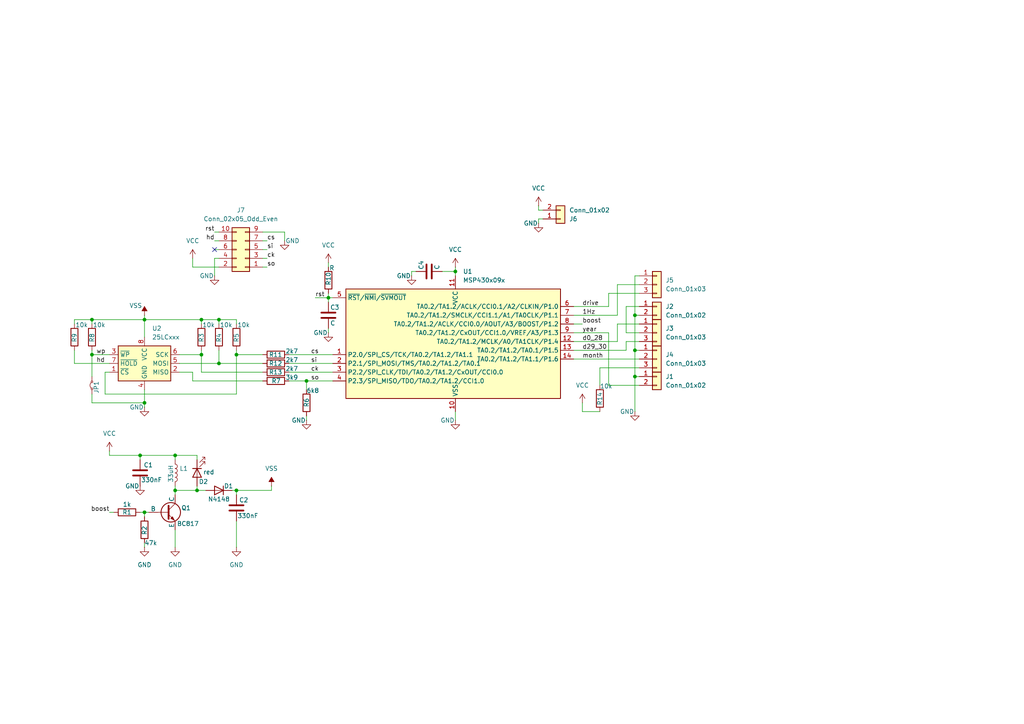
<source format=kicad_sch>
(kicad_sch (version 20231120) (generator "eeschema") (generator_version "8.0")
  (paper "A4")
  (lib_symbols
    (symbol "Connector_Generic:Conn_01x02" (pin_names (offset 1.016) hide)
      (property "Reference" "J" (at 0 2.54 0))
      (property "Value" "Conn_01x02" (at 0 -5.08 0))
      (symbol "Conn_01x02_1_1"
        (rectangle (start -1.27 -2.413) (end 0 -2.667) (stroke (width 0.1524)))
        (rectangle (start -1.27 0.127) (end 0 -0.127) (stroke (width 0.1524)))
        (rectangle (start -1.27 1.27) (end 1.27 -3.81) (stroke (width 0.254)) (fill (type background)))
        (pin passive line (at -5.08 0 0) (length 3.81) (name "Pin_1") (number "1"))
        (pin passive line (at -5.08 -2.54 0) (length 3.81) (name "Pin_2") (number "2"))
      )
    )
    (symbol "Connector_Generic:Conn_01x03" (pin_names (offset 1.016) hide)
      (property "Reference" "J" (at 0 5.08 0))
      (property "Value" "Conn_01x03" (at 0 -5.08 0))
      (symbol "Conn_01x03_1_1"
        (rectangle (start -1.27 -2.413) (end 0 -2.667) (stroke (width 0.1524)))
        (rectangle (start -1.27 0.127) (end 0 -0.127) (stroke (width 0.1524)))
        (rectangle (start -1.27 2.667) (end 0 2.413) (stroke (width 0.1524)))
        (rectangle (start -1.27 3.81) (end 1.27 -3.81) (stroke (width 0.254)) (fill (type background)))
        (pin passive line (at -5.08 2.54 0) (length 3.81) (name "Pin_1") (number "1"))
        (pin passive line (at -5.08 0 0) (length 3.81) (name "Pin_2") (number "2"))
        (pin passive line (at -5.08 -2.54 0) (length 3.81) (name "Pin_3") (number "3"))
      )
    )
    (symbol "Connector_Generic:Conn_02x05_Odd_Even" (pin_names (offset 1.016) hide)
      (property "Reference" "J" (at 1.27 7.62 0))
      (property "Value" "Conn_02x05_Odd_Even" (at 1.27 -7.62 0))
      (symbol "Conn_02x05_Odd_Even_1_1"
        (rectangle (start -1.27 -4.953) (end 0 -5.207) (stroke (width 0.1524)))
        (rectangle (start -1.27 -2.413) (end 0 -2.667) (stroke (width 0.1524)))
        (rectangle (start -1.27 0.127) (end 0 -0.127) (stroke (width 0.1524)))
        (rectangle (start -1.27 2.667) (end 0 2.413) (stroke (width 0.1524)))
        (rectangle (start -1.27 5.207) (end 0 4.953) (stroke (width 0.1524)))
        (rectangle (start -1.27 6.35) (end 3.81 -6.35) (stroke (width 0.254)) (fill (type background)))
        (rectangle (start 3.81 -4.953) (end 2.54 -5.207) (stroke (width 0.1524)))
        (rectangle (start 3.81 -2.413) (end 2.54 -2.667) (stroke (width 0.1524)))
        (rectangle (start 3.81 0.127) (end 2.54 -0.127) (stroke (width 0.1524)))
        (rectangle (start 3.81 2.667) (end 2.54 2.413) (stroke (width 0.1524)))
        (rectangle (start 3.81 5.207) (end 2.54 4.953) (stroke (width 0.1524)))
        (pin passive line (at -5.08 5.08 0) (length 3.81) (name "Pin_1") (number "1"))
        (pin passive line (at 7.62 -5.08 180) (length 3.81) (name "Pin_10") (number "10"))
        (pin passive line (at 7.62 5.08 180) (length 3.81) (name "Pin_2") (number "2"))
        (pin passive line (at -5.08 2.54 0) (length 3.81) (name "Pin_3") (number "3"))
        (pin passive line (at 7.62 2.54 180) (length 3.81) (name "Pin_4") (number "4"))
        (pin passive line (at -5.08 0 0) (length 3.81) (name "Pin_5") (number "5"))
        (pin passive line (at 7.62 0 180) (length 3.81) (name "Pin_6") (number "6"))
        (pin passive line (at -5.08 -2.54 0) (length 3.81) (name "Pin_7") (number "7"))
        (pin passive line (at 7.62 -2.54 180) (length 3.81) (name "Pin_8") (number "8"))
        (pin passive line (at -5.08 -5.08 0) (length 3.81) (name "Pin_9") (number "9"))
      )
    )
    (symbol "Device:C" (pin_numbers hide) (pin_names (offset 0.254))
      (property "Reference" "C" (at 0.635 2.54 0))
      (property "Value" "C" (at 0.635 -2.54 0))
      (symbol "C_0_1"
        (polyline (pts (xy -2.032 -0.762) (xy 2.032 -0.762)) (stroke (width 0.508)))
        (polyline (pts (xy -2.032 0.762) (xy 2.032 0.762)) (stroke (width 0.508)))
      )
      (symbol "C_1_1"
        (pin passive line (at 0 3.81 270) (length 2.794) (name "~") (number "1"))
        (pin passive line (at 0 -3.81 90) (length 2.794) (name "~") (number "2"))
      )
    )
    (symbol "Device:D" (pin_numbers hide) (pin_names (offset 1.016) hide)
      (property "Reference" "D" (at 0 2.54 0))
      (property "Value" "D" (at 0 -2.54 0))
      (symbol "D_0_1"
        (polyline (pts (xy -1.27 1.27) (xy -1.27 -1.27)) (stroke (width 0.254)))
        (polyline (pts (xy 1.27 0) (xy -1.27 0)))
        (polyline (pts (xy 1.27 1.27) (xy 1.27 -1.27) (xy -1.27 0) (xy 1.27 1.27)) (stroke (width 0.254)))
      )
      (symbol "D_1_1"
        (pin passive line (at -3.81 0 0) (length 2.54) (name "K") (number "1"))
        (pin passive line (at 3.81 0 180) (length 2.54) (name "A") (number "2"))
      )
    )
    (symbol "Device:L" (pin_numbers hide) (pin_names (offset 1.016) hide)
      (property "Reference" "L" (at -1.27 0 90))
      (property "Value" "L" (at 1.905 0 90))
      (symbol "L_0_1"
        (arc (start 0 -2.54) (mid 0.6323 -1.905) (end 0 -1.27))
        (arc (start 0 -1.27) (mid 0.6323 -0.635) (end 0 0))
        (arc (start 0 0) (mid 0.6323 0.635) (end 0 1.27))
        (arc (start 0 1.27) (mid 0.6323 1.905) (end 0 2.54))
      )
      (symbol "L_1_1"
        (pin passive line (at 0 3.81 270) (length 1.27) (name "1") (number "1"))
        (pin passive line (at 0 -3.81 90) (length 1.27) (name "2") (number "2"))
      )
    )
    (symbol "Device:LED" (pin_numbers hide) (pin_names (offset 1.016) hide)
      (property "Reference" "D" (at 0 2.54 0))
      (property "Value" "LED" (at 0 -2.54 0))
      (symbol "LED_0_1"
        (polyline (pts (xy -1.27 -1.27) (xy -1.27 1.27)) (stroke (width 0.254)))
        (polyline (pts (xy -1.27 0) (xy 1.27 0)))
        (polyline (pts (xy 1.27 -1.27) (xy 1.27 1.27) (xy -1.27 0) (xy 1.27 -1.27)) (stroke (width 0.254)))
        (polyline (pts (xy -3.048 -0.762) (xy -4.572 -2.286) (xy -3.81 -2.286) (xy -4.572 -2.286) (xy -4.572 -1.524)))
        (polyline (pts (xy -1.778 -0.762) (xy -3.302 -2.286) (xy -2.54 -2.286) (xy -3.302 -2.286) (xy -3.302 -1.524)))
      )
      (symbol "LED_1_1"
        (pin passive line (at -3.81 0 0) (length 2.54) (name "K") (number "1"))
        (pin passive line (at 3.81 0 180) (length 2.54) (name "A") (number "2"))
      )
    )
    (symbol "Device:R" (pin_numbers hide) (pin_names (offset 0))
      (property "Reference" "R" (at 2.032 0 90))
      (property "Value" "R" (at 0 0 90))
      (symbol "R_0_1"
        (rectangle (start -1.016 -2.54) (end 1.016 2.54) (stroke (width 0.254)))
      )
      (symbol "R_1_1"
        (pin passive line (at 0 3.81 270) (length 1.27) (name "~") (number "1"))
        (pin passive line (at 0 -3.81 90) (length 1.27) (name "~") (number "2"))
      )
    )
    (symbol "Jumper:Jumper_2_Small_Bridged" (pin_numbers hide) (pin_names (offset 0) hide) (exclude_from_sim yes)
      (property "Reference" "JP" (at 0 2.032 0))
      (property "Value" "Jumper_2_Small_Bridged" (at 0 -2.286 0))
      (symbol "Jumper_2_Small_Bridged_0_0"
        (circle (center -1.016 0) (radius 0.254))
        (circle (center 1.016 0) (radius 0.254))
      )
      (symbol "Jumper_2_Small_Bridged_0_1"
        (arc (start 0.762 0.254) (mid 0 0.5696) (end -0.762 0.254))
      )
      (symbol "Jumper_2_Small_Bridged_1_1"
        (pin passive line (at -2.54 0 0) (length 1.27) (name "A") (number "1"))
        (pin passive line (at 2.54 0 180) (length 1.27) (name "B") (number "2"))
      )
    )
    (symbol "Memory_EEPROM:25LCxxx"
      (property "Reference" "U" (at -7.62 6.35 0))
      (property "Value" "25LCxxx" (at 2.54 -6.35 0))
      (symbol "25LCxxx_1_1"
        (rectangle (start -7.62 5.08) (end 7.62 -5.08) (stroke (width 0.254)) (fill (type background)))
        (pin input line (at -10.16 -2.54 0) (length 2.54) (name "~{CS}") (number "1"))
        (pin tri_state line (at 10.16 -2.54 180) (length 2.54) (name "MISO") (number "2"))
        (pin input line (at -10.16 2.54 0) (length 2.54) (name "~{WP}") (number "3"))
        (pin power_in line (at 0 -7.62 90) (length 2.54) (name "GND") (number "4"))
        (pin input line (at 10.16 0 180) (length 2.54) (name "MOSI") (number "5"))
        (pin input line (at 10.16 2.54 180) (length 2.54) (name "SCK") (number "6"))
        (pin input line (at -10.16 0 0) (length 2.54) (name "~{HOLD}") (number "7"))
        (pin power_in line (at 0 7.62 270) (length 2.54) (name "VCC") (number "8"))
      )
    )
    (symbol "Simulation_SPICE:NPN" (pin_numbers hide) (pin_names (offset 0))
      (property "Reference" "Q" (at -2.54 7.62 0))
      (property "Value" "NPN" (at -2.54 5.08 0))
      (symbol "NPN_0_1"
        (polyline (pts (xy -2.54 0) (xy 0.635 0)) (stroke (width 0.1524)))
        (polyline (pts (xy 0.635 0.635) (xy 2.54 2.54)))
        (polyline (pts (xy 2.794 -1.27) (xy 2.794 -1.27)) (stroke (width 0.1524)))
        (polyline (pts (xy 2.794 -1.27) (xy 2.794 -1.27)) (stroke (width 0.1524)))
        (polyline (pts (xy 0.635 -0.635) (xy 2.54 -2.54) (xy 2.54 -2.54)))
        (polyline (pts (xy 0.635 1.905) (xy 0.635 -1.905) (xy 0.635 -1.905)) (stroke (width 0.508)))
        (polyline (pts (xy 1.27 -1.778) (xy 1.778 -1.27) (xy 2.286 -2.286) (xy 1.27 -1.778) (xy 1.27 -1.778)) (fill (type outline)))
        (circle (center 1.27 0) (radius 2.8194) (stroke (width 0.254)))
      )
      (symbol "NPN_1_1"
        (pin open_collector line (at 2.54 5.08 270) (length 2.54) (name "C") (number "1"))
        (pin input line (at -5.08 0 0) (length 2.54) (name "B") (number "2"))
        (pin open_emitter line (at 2.54 -5.08 90) (length 2.54) (name "E") (number "3"))
      )
    )
    (symbol "msp_clock:MSP430x09x"
      (property "Reference" "U" (at -15.24 15.24 0))
      (property "Value" "MSP430x09x" (at 11.938 -19.304 0))
      (symbol "MSP430x09x_0_1"
        (rectangle (start -31.75 13.97) (end 30.48 -17.78) (stroke (width 0.254)) (fill (type background)))
      )
      (symbol "MSP430x09x_1_1"
        (pin bidirectional line (at -35.56 -5.08 0) (length 3.81) (name "P2.0/SPI_CS/TCK/TA0.2/TA1.2/TA1.1") (number "1"))
        (pin power_in line (at 0 -21.59 90) (length 3.81) (name "VSS") (number "10"))
        (pin power_in line (at 0 17.78 270) (length 3.81) (name "VCC") (number "11"))
        (pin bidirectional line (at 34.29 -1.27 180) (length 3.81) (name "TA0.2/TA1.2/MCLK/A0/TA1CLK/P1.4") (number "12"))
        (pin bidirectional line (at 34.29 -3.81 180) (length 3.81) (name "TA0.2/TA1.2/TA0.1/P1.5") (number "13"))
        (pin bidirectional line (at 34.29 -6.35 180) (length 3.81) (name "TA0.2/TA1.2/TA1.1/P1.6") (number "14"))
        (pin bidirectional line (at -35.56 -7.62 0) (length 3.81) (name "P2.1/SPI_MOSI/TMS/TA0.2/TA1.2/TA0.1") (number "2"))
        (pin bidirectional line (at -35.56 -10.16 0) (length 3.81) (name "P2.2/SPI_CLK/TDI/TA0.2/TA1.2/CxOUT/CCI0.0") (number "3"))
        (pin bidirectional line (at -35.56 -12.7 0) (length 3.81) (name "P2.3/SPI_MISO/TDO/TA0.2/TA1.2/CCI1.0") (number "4"))
        (pin input line (at -35.56 11.43 0) (length 3.81) (name "~{RST}/~{NMI}/~{SVMOUT}") (number "5"))
        (pin bidirectional line (at 34.29 8.89 180) (length 3.81) (name "TA0.2/TA1.2/ACLK/CCI0.1/A2/CLKIN/P1.0") (number "6"))
        (pin bidirectional line (at 34.29 6.35 180) (length 3.81) (name "TA0.2/TA1.2/SMCLK/CCI1.1/A1/TA0CLK/P1.1") (number "7"))
        (pin bidirectional line (at 34.29 3.81 180) (length 3.81) (name "TA0.2/TA1.2/ACLK/CCI0.0/AOUT/A3/BOOST/P1.2") (number "8"))
        (pin bidirectional line (at 34.29 1.27 180) (length 3.81) (name "TA0.2/TA1.2/CxOUT/CCI1.0/VREF/A3/P1.3") (number "9"))
      )
    )
    (symbol "power:GND" (power) (pin_numbers hide) (pin_names (offset 0) hide)
      (property "Value" "GND" (at 0 -3.81 0))
      (symbol "GND_0_1"
        (polyline (pts (xy 0 0) (xy 0 -1.27) (xy 1.27 -1.27) (xy 0 -2.54) (xy -1.27 -1.27) (xy 0 -1.27)))
      )
      (symbol "GND_1_1"
        (pin power_in line (at 0 0 270) (length 0) (name "~") (number "1"))
      )
    )
    (symbol "power:VCC" (power) (pin_numbers hide) (pin_names (offset 0) hide)
      (property "Value" "VCC" (at 0 3.556 0))
      (symbol "VCC_0_1"
        (polyline (pts (xy -0.762 1.27) (xy 0 2.54)))
        (polyline (pts (xy 0 0) (xy 0 2.54)))
        (polyline (pts (xy 0 2.54) (xy 0.762 1.27)))
      )
      (symbol "VCC_1_1"
        (pin power_in line (at 0 0 90) (length 0) (name "~") (number "1"))
      )
    )
    (symbol "power:VSS" (power) (pin_numbers hide) (pin_names (offset 0) hide)
      (property "Value" "VSS" (at 0 3.556 0))
      (symbol "VSS_0_1"
        (polyline (pts (xy 0 0) (xy 0 2.54)))
        (polyline (pts (xy 0.762 1.27) (xy -0.762 1.27) (xy 0 2.54) (xy 0.762 1.27)) (fill (type outline)))
      )
      (symbol "VSS_1_1"
        (pin power_in line (at 0 0 90) (length 0) (name "~") (number "1"))
      )
    )
  )
  (junction (at 184.15 101.6))
  (junction (at 26.67 102.87))
  (junction (at 50.8 132.08))
  (junction (at 41.91 148.59))
  (junction (at 40.64 132.08))
  (junction (at 68.58 102.87))
  (junction (at 41.91 116.84))
  (junction (at 63.5 92.71))
  (junction (at 184.15 109.22))
  (junction (at 41.91 92.71))
  (junction (at 95.25 86.36))
  (junction (at 57.15 142.24))
  (junction (at 26.67 92.71))
  (junction (at 50.8 142.24))
  (junction (at 132.08 78.74))
  (junction (at 184.15 91.44))
  (junction (at 63.5 105.41))
  (junction (at 68.58 142.24))
  (junction (at 58.42 102.87))
  (junction (at 88.9 110.49))
  (junction (at 58.42 92.71))
  (no_connect (at 62.23 72.39))
  (wire (pts (xy 57.15 140.97) (xy 57.15 142.24)))
  (wire (pts (xy 50.8 142.24) (xy 57.15 142.24)))
  (wire (pts (xy 166.37 99.06) (xy 179.07 99.06)))
  (wire (pts (xy 132.08 77.47) (xy 132.08 78.74)))
  (wire (pts (xy 83.82 107.95) (xy 96.52 107.95)))
  (wire (pts (xy 31.75 130.81) (xy 31.75 132.08)))
  (wire (pts (xy 40.64 132.08) (xy 40.64 133.35)))
  (wire (pts (xy 58.42 92.71) (xy 63.5 92.71)))
  (wire (pts (xy 41.91 157.48) (xy 41.91 158.75)))
  (wire (pts (xy 26.67 102.87) (xy 31.75 102.87)))
  (wire (pts (xy 21.59 92.71) (xy 26.67 92.71)))
  (wire (pts (xy 119.38 78.74) (xy 119.38 80.01)))
  (wire (pts (xy 62.23 72.39) (xy 63.5 72.39)))
  (wire (pts (xy 184.15 91.44) (xy 185.42 91.44)))
  (wire (pts (xy 55.88 110.49) (xy 76.2 110.49)))
  (wire (pts (xy 181.61 88.9) (xy 181.61 96.52)))
  (wire (pts (xy 26.67 114.3) (xy 26.67 116.84)))
  (wire (pts (xy 120.65 78.74) (xy 119.38 78.74)))
  (wire (pts (xy 95.25 86.36) (xy 95.25 85.09)))
  (wire (pts (xy 95.25 96.52) (xy 95.25 95.25)))
  (wire (pts (xy 41.91 148.59) (xy 43.18 148.59)))
  (wire (pts (xy 184.15 91.44) (xy 184.15 101.6)))
  (wire (pts (xy 166.37 93.98) (xy 168.91 93.98)))
  (wire (pts (xy 41.91 92.71) (xy 41.91 97.79)))
  (wire (pts (xy 31.75 105.41) (xy 21.59 105.41)))
  (wire (pts (xy 184.15 101.6) (xy 185.42 101.6)))
  (wire (pts (xy 41.91 113.03) (xy 41.91 116.84)))
  (wire (pts (xy 184.15 101.6) (xy 184.15 109.22)))
  (wire (pts (xy 26.67 116.84) (xy 41.91 116.84)))
  (wire (pts (xy 57.15 142.24) (xy 59.69 142.24)))
  (wire (pts (xy 166.37 96.52) (xy 176.53 96.52)))
  (wire (pts (xy 31.75 148.59) (xy 33.02 148.59)))
  (wire (pts (xy 55.88 110.49) (xy 55.88 107.95)))
  (wire (pts (xy 26.67 101.6) (xy 26.67 102.87)))
  (wire (pts (xy 179.07 91.44) (xy 166.37 91.44)))
  (wire (pts (xy 68.58 101.6) (xy 68.58 102.87)))
  (wire (pts (xy 63.5 92.71) (xy 63.5 93.98)))
  (wire (pts (xy 76.2 74.93) (xy 77.47 74.93)))
  (wire (pts (xy 184.15 109.22) (xy 184.15 119.38)))
  (wire (pts (xy 76.2 67.31) (xy 82.55 67.31)))
  (wire (pts (xy 83.82 105.41) (xy 96.52 105.41)))
  (wire (pts (xy 95.25 86.36) (xy 95.25 87.63)))
  (wire (pts (xy 26.67 92.71) (xy 41.91 92.71)))
  (wire (pts (xy 95.25 76.2) (xy 95.25 77.47)))
  (wire (pts (xy 176.53 85.09) (xy 185.42 85.09)))
  (wire (pts (xy 30.48 107.95) (xy 31.75 107.95)))
  (wire (pts (xy 185.42 88.9) (xy 181.61 88.9)))
  (wire (pts (xy 166.37 104.14) (xy 185.42 104.14)))
  (wire (pts (xy 68.58 142.24) (xy 78.74 142.24)))
  (wire (pts (xy 50.8 153.67) (xy 50.8 158.75)))
  (wire (pts (xy 57.15 132.08) (xy 50.8 132.08)))
  (wire (pts (xy 179.07 82.55) (xy 179.07 91.44)))
  (wire (pts (xy 62.23 69.85) (xy 63.5 69.85)))
  (wire (pts (xy 58.42 107.95) (xy 76.2 107.95)))
  (wire (pts (xy 50.8 133.35) (xy 50.8 132.08)))
  (wire (pts (xy 157.48 63.5) (xy 156.21 63.5)))
  (wire (pts (xy 185.42 111.76) (xy 176.53 111.76)))
  (wire (pts (xy 58.42 102.87) (xy 52.07 102.87)))
  (wire (pts (xy 63.5 74.93) (xy 62.23 74.93)))
  (wire (pts (xy 58.42 107.95) (xy 58.42 102.87)))
  (wire (pts (xy 176.53 96.52) (xy 176.53 111.76)))
  (wire (pts (xy 62.23 67.31) (xy 63.5 67.31)))
  (wire (pts (xy 76.2 72.39) (xy 77.47 72.39)))
  (wire (pts (xy 76.2 102.87) (xy 68.58 102.87)))
  (wire (pts (xy 166.37 88.9) (xy 176.53 88.9)))
  (wire (pts (xy 176.53 85.09) (xy 176.53 88.9)))
  (wire (pts (xy 52.07 105.41) (xy 63.5 105.41)))
  (wire (pts (xy 181.61 101.6) (xy 181.61 99.06)))
  (wire (pts (xy 83.82 110.49) (xy 88.9 110.49)))
  (wire (pts (xy 184.15 80.01) (xy 184.15 91.44)))
  (wire (pts (xy 96.52 86.36) (xy 95.25 86.36)))
  (wire (pts (xy 82.55 67.31) (xy 82.55 69.85)))
  (wire (pts (xy 41.91 91.44) (xy 41.91 92.71)))
  (wire (pts (xy 179.07 93.98) (xy 179.07 99.06)))
  (wire (pts (xy 41.91 148.59) (xy 41.91 149.86)))
  (wire (pts (xy 63.5 105.41) (xy 76.2 105.41)))
  (wire (pts (xy 26.67 102.87) (xy 26.67 109.22)))
  (wire (pts (xy 30.48 114.3) (xy 30.48 107.95)))
  (wire (pts (xy 181.61 96.52) (xy 185.42 96.52)))
  (wire (pts (xy 185.42 80.01) (xy 184.15 80.01)))
  (wire (pts (xy 185.42 93.98) (xy 179.07 93.98)))
  (wire (pts (xy 173.99 119.38) (xy 168.91 119.38)))
  (wire (pts (xy 63.5 101.6) (xy 63.5 105.41)))
  (wire (pts (xy 156.21 63.5) (xy 156.21 64.77)))
  (wire (pts (xy 50.8 142.24) (xy 50.8 143.51)))
  (wire (pts (xy 132.08 119.38) (xy 132.08 121.92)))
  (wire (pts (xy 173.99 106.68) (xy 173.99 111.76)))
  (wire (pts (xy 184.15 109.22) (xy 185.42 109.22)))
  (wire (pts (xy 67.31 142.24) (xy 68.58 142.24)))
  (wire (pts (xy 68.58 114.3) (xy 30.48 114.3)))
  (wire (pts (xy 21.59 93.98) (xy 21.59 92.71)))
  (wire (pts (xy 40.64 148.59) (xy 41.91 148.59)))
  (wire (pts (xy 179.07 82.55) (xy 185.42 82.55)))
  (wire (pts (xy 41.91 116.84) (xy 41.91 118.11)))
  (wire (pts (xy 50.8 140.97) (xy 50.8 142.24)))
  (wire (pts (xy 156.21 60.96) (xy 157.48 60.96)))
  (wire (pts (xy 91.44 86.36) (xy 95.25 86.36)))
  (wire (pts (xy 168.91 119.38) (xy 168.91 116.84)))
  (wire (pts (xy 55.88 77.47) (xy 55.88 74.93)))
  (wire (pts (xy 41.91 92.71) (xy 58.42 92.71)))
  (wire (pts (xy 156.21 59.69) (xy 156.21 60.96)))
  (wire (pts (xy 166.37 101.6) (xy 181.61 101.6)))
  (wire (pts (xy 88.9 121.92) (xy 88.9 120.65)))
  (wire (pts (xy 132.08 78.74) (xy 132.08 80.01)))
  (wire (pts (xy 76.2 69.85) (xy 77.47 69.85)))
  (wire (pts (xy 76.2 77.47) (xy 77.47 77.47)))
  (wire (pts (xy 96.52 102.87) (xy 83.82 102.87)))
  (wire (pts (xy 40.64 132.08) (xy 50.8 132.08)))
  (wire (pts (xy 181.61 99.06) (xy 185.42 99.06)))
  (wire (pts (xy 31.75 132.08) (xy 40.64 132.08)))
  (wire (pts (xy 26.67 92.71) (xy 26.67 93.98)))
  (wire (pts (xy 21.59 105.41) (xy 21.59 101.6)))
  (wire (pts (xy 88.9 113.03) (xy 88.9 110.49)))
  (wire (pts (xy 88.9 110.49) (xy 96.52 110.49)))
  (wire (pts (xy 185.42 106.68) (xy 173.99 106.68)))
  (wire (pts (xy 68.58 102.87) (xy 68.58 114.3)))
  (wire (pts (xy 63.5 92.71) (xy 68.58 92.71)))
  (wire (pts (xy 58.42 92.71) (xy 58.42 93.98)))
  (wire (pts (xy 62.23 74.93) (xy 62.23 80.01)))
  (wire (pts (xy 78.74 140.97) (xy 78.74 142.24)))
  (wire (pts (xy 57.15 133.35) (xy 57.15 132.08)))
  (wire (pts (xy 55.88 107.95) (xy 52.07 107.95)))
  (wire (pts (xy 63.5 77.47) (xy 55.88 77.47)))
  (wire (pts (xy 58.42 101.6) (xy 58.42 102.87)))
  (wire (pts (xy 68.58 92.71) (xy 68.58 93.98)))
  (wire (pts (xy 128.27 78.74) (xy 132.08 78.74)))
  (wire (pts (xy 68.58 151.13) (xy 68.58 158.75)))
  (wire (pts (xy 68.58 142.24) (xy 68.58 143.51)))
  (label "so" (at 90.17 110.49 0))
  (label "d29_30" (at 168.91 101.6 0))
  (label "wp" (at 27.94 102.87 0))
  (label "ck" (at 90.17 107.95 0))
  (label "drive" (at 168.91 88.9 0))
  (label "hd" (at 27.94 105.41 0))
  (label "d0_28" (at 168.91 99.06 0))
  (label "so" (at 77.47 77.47 0))
  (label "ck" (at 77.47 74.93 0))
  (label "month" (at 168.91 104.14 0))
  (label "year" (at 168.91 96.52 0))
  (label "rst" (at 62.23 67.31 180))
  (label "hd" (at 62.23 69.85 180))
  (label "cs" (at 90.17 102.87 0))
  (label "rst" (at 91.44 86.36 0))
  (label "boost" (at 168.91 93.98 0))
  (label "cs" (at 77.47 69.85 0))
  (label "boost" (at 31.75 148.59 180))
  (label "si" (at 90.17 105.41 0))
  (label "1Hz" (at 168.91 91.44 0))
  (label "si" (at 77.47 72.39 0))
  (symbol (lib_id "Connector_Generic:Conn_01x02") (at 162.56 63.5 0) (mirror x) (unit 1)
    (property "Reference" "J6" (at 165.1 63.5001 0) (effects (justify left)))
    (property "Value" "Conn_01x02" (at 165.1 60.9601 0) (effects (justify left)))
    (property "Footprint" "Connector_PinHeader_1.27mm:PinHeader_1x02_P1.27mm_Vertical" (effects (hide yes)))
    (property "Description" "Generic connector, single row, 01x02, script generated (kicad-library-utils/schlib/autogen/connector/)" (effects (hide yes)))
  )
  (symbol (lib_id "Device:C") (at 95.25 91.44 0) (unit 1)
    (property "Reference" "C3" (at 95.758 89.154 0) (effects (justify left)))
    (property "Value" "C" (at 95.758 93.726 0) (effects (justify left)))
    (property "Footprint" "Capacitor_SMD:C_0603_1608Metric_Pad1.08x0.95mm_HandSolder" (effects (hide yes)))
    (property "Description" "Unpolarized capacitor" (effects (hide yes)))
  )
  (symbol (lib_id "power:VSS") (at 41.91 91.44 0) (unit 1)
    (property "Reference" "#PWR09" (effects (hide yes)))
    (property "Value" "VSS" (at 39.37 88.646 0))
    (property "Description" "Power symbol creates a global label with name \"VSS\"" (effects (hide yes)))
  )
  (symbol (lib_id "Device:R") (at 41.91 153.67 0) (unit 1)
    (property "Reference" "R2" (at 41.91 155.194 90) (effects (justify left)))
    (property "Value" "47k" (at 41.91 157.48 0) (effects (justify left)))
    (property "Footprint" "Resistor_SMD:R_0603_1608Metric_Pad0.98x0.95mm_HandSolder" (effects (hide yes)))
    (property "Description" "Resistor" (effects (hide yes)))
  )
  (symbol (lib_id "Device:L") (at 50.8 137.16 0) (unit 1)
    (property "Reference" "L1" (at 52.07 135.8899 0) (effects (justify left)))
    (property "Value" "33uH" (at 49.53 139.954 90) (effects (justify left)))
    (property "Footprint" "Inductor_SMD:L_Murata_LQH2MCNxxxx02_2.0x1.6mm" (effects (hide yes)))
    (property "Description" "Inductor" (effects (hide yes)))
  )
  (symbol (lib_id "Device:R") (at 80.01 107.95 270) (unit 1)
    (property "Reference" "R13" (at 77.978 107.95 90) (effects (justify left)))
    (property "Value" "2k7" (at 82.804 106.934 90) (effects (justify left)))
    (property "Footprint" "Resistor_SMD:R_0603_1608Metric_Pad0.98x0.95mm_HandSolder" (effects (hide yes)))
    (property "Description" "Resistor" (effects (hide yes)))
  )
  (symbol (lib_id "power:VCC") (at 55.88 74.93 0) (unit 1)
    (property "Reference" "#PWR016" (effects (hide yes)))
    (property "Value" "VCC" (at 55.88 69.85 0))
    (property "Description" "Power symbol creates a global label with name \"VCC\"" (effects (hide yes)))
  )
  (symbol (lib_id "Connector_Generic:Conn_01x02") (at 190.5 109.22 0) (unit 1)
    (property "Reference" "J1" (at 193.04 109.2199 0) (effects (justify left)))
    (property "Value" "Conn_01x02" (at 193.04 111.7599 0) (effects (justify left)))
    (property "Footprint" "Connector_PinHeader_1.27mm:PinHeader_1x02_P1.27mm_Vertical" (effects (hide yes)))
    (property "Description" "Generic connector, single row, 01x02, script generated (kicad-library-utils/schlib/autogen/connector/)" (effects (hide yes)))
  )
  (symbol (lib_id "Device:R") (at 68.58 97.79 0) (unit 1)
    (property "Reference" "R5" (at 68.58 99.314 90) (effects (justify left)))
    (property "Value" "10k" (at 68.834 94.234 0) (effects (justify left)))
    (property "Footprint" "Resistor_SMD:R_0603_1608Metric_Pad0.98x0.95mm_HandSolder" (effects (hide yes)))
    (property "Description" "Resistor" (effects (hide yes)))
  )
  (symbol (lib_id "power:GND") (at 40.64 140.97 0) (unit 1)
    (property "Reference" "#PWR05" (effects (hide yes)))
    (property "Value" "GND" (at 38.354 140.97 0))
    (property "Description" "Power symbol creates a global label with name \"GND\" , ground" (effects (hide yes)))
  )
  (symbol (lib_id "power:GND") (at 82.55 69.85 0) (mirror y) (unit 1)
    (property "Reference" "#PWR014" (effects (hide yes)))
    (property "Value" "GND" (at 84.836 69.85 0))
    (property "Description" "Power symbol creates a global label with name \"GND\" , ground" (effects (hide yes)))
  )
  (symbol (lib_id "Memory_EEPROM:25LCxxx") (at 41.91 105.41 0) (unit 1)
    (property "Reference" "U2" (at 44.1041 95.25 0) (effects (justify left)))
    (property "Value" "25LCxxx" (at 44.1041 97.79 0) (effects (justify left)))
    (property "Footprint" "Package_SO:SOIC-8_3.9x4.9mm_P1.27mm" (effects (hide yes)))
    (property "Datasheet" "http://ww1.microchip.com/downloads/en/DeviceDoc/21832H.pdf" (effects (hide yes)))
    (property "Description" "SPI Serial EEPROM, DIP-8/SOIC-8/TSSOP-8" (effects (hide yes)))
  )
  (symbol (lib_id "power:VSS") (at 78.74 140.97 0) (unit 1)
    (property "Reference" "#PWR08" (effects (hide yes)))
    (property "Value" "VSS" (at 78.74 135.89 0))
    (property "Description" "Power symbol creates a global label with name \"VSS\"" (effects (hide yes)))
  )
  (symbol (lib_id "power:GND") (at 62.23 80.01 0) (unit 1)
    (property "Reference" "#PWR013" (effects (hide yes)))
    (property "Value" "GND" (at 59.944 80.01 0))
    (property "Description" "Power symbol creates a global label with name \"GND\" , ground" (effects (hide yes)))
  )
  (symbol (lib_id "Device:C") (at 124.46 78.74 90) (unit 1)
    (property "Reference" "C4" (at 122.174 78.232 0) (effects (justify left)))
    (property "Value" "C" (at 126.746 78.232 0) (effects (justify left)))
    (property "Footprint" "Capacitor_SMD:C_0603_1608Metric_Pad1.08x0.95mm_HandSolder" (effects (hide yes)))
    (property "Description" "Unpolarized capacitor" (effects (hide yes)))
  )
  (symbol (lib_id "Device:D") (at 63.5 142.24 180) (unit 1)
    (property "Reference" "D1" (at 66.294 140.97 0))
    (property "Value" "N4148" (at 63.5 144.78 0))
    (property "Footprint" "Diode_SMD:D_0603_1608Metric_Pad1.05x0.95mm_HandSolder" (effects (hide yes)))
    (property "Description" "Diode" (effects (hide yes)))
    (property "Sim.Device" "D" (effects (hide yes)))
    (property "Sim.Pins" "1=K 2=A" (effects (hide yes)))
  )
  (symbol (lib_id "Device:R") (at 173.99 115.57 0) (unit 1)
    (property "Reference" "R14" (at 173.99 117.602 90) (effects (justify left)))
    (property "Value" "10k" (at 173.99 112.014 0) (effects (justify left)))
    (property "Footprint" "Resistor_SMD:R_0603_1608Metric_Pad0.98x0.95mm_HandSolder" (effects (hide yes)))
    (property "Description" "Resistor" (effects (hide yes)))
  )
  (symbol (lib_id "Connector_Generic:Conn_01x03") (at 190.5 82.55 0) (unit 1)
    (property "Reference" "J5" (at 193.04 81.2799 0) (effects (justify left)))
    (property "Value" "Conn_01x03" (at 193.04 83.8199 0) (effects (justify left)))
    (property "Footprint" "Connector_PinHeader_1.27mm:PinHeader_1x03_P1.27mm_Vertical" (effects (hide yes)))
    (property "Description" "Generic connector, single row, 01x03, script generated (kicad-library-utils/schlib/autogen/connector/)" (effects (hide yes)))
  )
  (symbol (lib_id "msp_clock:MSP430x09x") (at 132.08 97.79 0) (unit 1)
    (property "Reference" "U1" (at 134.2741 78.74 0) (effects (justify left)))
    (property "Value" "MSP430x09x" (at 134.2741 81.28 0) (effects (justify left)))
    (property "Footprint" "Package_SO:TSSOP-14_4.4x5mm_P0.65mm" (effects (hide yes)))
    (property "Datasheet" "http://www.ti.com/lit/ds/symlink/msp430l092.pdf" (effects (hide yes)))
    (property "Description" "2kB ROM, 1792B + 128B + 96B RAM, TSSOP-14" (effects (hide yes)))
  )
  (symbol (lib_id "power:GND") (at 119.38 80.01 0) (unit 1)
    (property "Reference" "#PWR020" (effects (hide yes)))
    (property "Value" "GND" (at 117.094 80.01 0))
    (property "Description" "Power symbol creates a global label with name \"GND\" , ground" (effects (hide yes)))
  )
  (symbol (lib_id "Device:LED") (at 57.15 137.16 90) (mirror x) (unit 1)
    (property "Reference" "D2" (at 57.658 139.7 90) (effects (justify right)))
    (property "Value" "red" (at 58.928 136.906 90) (effects (justify right)))
    (property "Footprint" "LED_SMD:LED_0603_1608Metric_Pad1.05x0.95mm_HandSolder" (effects (hide yes)))
    (property "Description" "Light emitting diode" (effects (hide yes)))
  )
  (symbol (lib_id "Device:R") (at 26.67 97.79 0) (unit 1)
    (property "Reference" "R8" (at 26.67 99.314 90) (effects (justify left)))
    (property "Value" "10k" (at 26.924 94.234 0) (effects (justify left)))
    (property "Footprint" "Resistor_SMD:R_0603_1608Metric_Pad0.98x0.95mm_HandSolder" (effects (hide yes)))
    (property "Description" "Resistor" (effects (hide yes)))
  )
  (symbol (lib_id "power:VCC") (at 156.21 59.69 0) (unit 1)
    (property "Reference" "#PWR018" (effects (hide yes)))
    (property "Value" "VCC" (at 156.21 54.61 0))
    (property "Description" "Power symbol creates a global label with name \"VCC\"" (effects (hide yes)))
  )
  (symbol (lib_id "Device:R") (at 95.25 81.28 0) (unit 1)
    (property "Reference" "R10" (at 95.25 82.804 90) (effects (justify left)))
    (property "Value" "R" (at 95.504 77.724 0) (effects (justify left)))
    (property "Footprint" "Resistor_SMD:R_0603_1608Metric_Pad0.98x0.95mm_HandSolder" (effects (hide yes)))
    (property "Description" "Resistor" (effects (hide yes)))
  )
  (symbol (lib_id "Device:R") (at 80.01 102.87 270) (unit 1)
    (property "Reference" "R11" (at 77.978 102.87 90) (effects (justify left)))
    (property "Value" "2k7" (at 82.804 101.854 90) (effects (justify left)))
    (property "Footprint" "Resistor_SMD:R_0603_1608Metric_Pad0.98x0.95mm_HandSolder" (effects (hide yes)))
    (property "Description" "Resistor" (effects (hide yes)))
  )
  (symbol (lib_id "power:GND") (at 50.8 158.75 0) (unit 1)
    (property "Reference" "#PWR02" (effects (hide yes)))
    (property "Value" "GND" (at 50.8 163.83 0))
    (property "Description" "Power symbol creates a global label with name \"GND\" , ground" (effects (hide yes)))
  )
  (symbol (lib_id "Connector_Generic:Conn_02x05_Odd_Even") (at 71.12 72.39 180) (unit 1)
    (property "Reference" "J7" (at 69.85 60.96 0))
    (property "Value" "Conn_02x05_Odd_Even" (at 69.85 63.5 0))
    (property "Footprint" "Connector_PinHeader_1.27mm:PinHeader_2x05_P1.27mm_Vertical" (effects (hide yes)))
    (property "Description" "Generic connector, double row, 02x05, odd/even pin numbering scheme (row 1 odd numbers, row 2 even numbers), script generated (kicad-library-utils/schlib/autogen/connector/)" (effects (hide yes)))
  )
  (symbol (lib_id "Connector_Generic:Conn_01x03") (at 190.5 96.52 0) (unit 1)
    (property "Reference" "J3" (at 193.04 95.2499 0) (effects (justify left)))
    (property "Value" "Conn_01x03" (at 193.04 97.7899 0) (effects (justify left)))
    (property "Footprint" "Connector_PinHeader_1.27mm:PinHeader_1x03_P1.27mm_Vertical" (effects (hide yes)))
    (property "Description" "Generic connector, single row, 01x03, script generated (kicad-library-utils/schlib/autogen/connector/)" (effects (hide yes)))
  )
  (symbol (lib_id "Connector_Generic:Conn_01x02") (at 190.5 88.9 0) (unit 1)
    (property "Reference" "J2" (at 193.04 88.8999 0) (effects (justify left)))
    (property "Value" "Conn_01x02" (at 193.04 91.4399 0) (effects (justify left)))
    (property "Footprint" "Connector_PinHeader_1.27mm:PinHeader_1x02_P1.27mm_Vertical" (effects (hide yes)))
    (property "Description" "Generic connector, single row, 01x02, script generated (kicad-library-utils/schlib/autogen/connector/)" (effects (hide yes)))
  )
  (symbol (lib_id "Device:R") (at 58.42 97.79 0) (unit 1)
    (property "Reference" "R3" (at 58.42 99.314 90) (effects (justify left)))
    (property "Value" "10k" (at 58.674 94.234 0) (effects (justify left)))
    (property "Footprint" "Resistor_SMD:R_0603_1608Metric_Pad0.98x0.95mm_HandSolder" (effects (hide yes)))
    (property "Description" "Resistor" (effects (hide yes)))
  )
  (symbol (lib_id "power:GND") (at 132.08 121.92 0) (unit 1)
    (property "Reference" "#PWR011" (effects (hide yes)))
    (property "Value" "GND" (at 129.794 121.92 0))
    (property "Description" "Power symbol creates a global label with name \"GND\" , ground" (effects (hide yes)))
  )
  (symbol (lib_id "Simulation_SPICE:NPN") (at 48.26 148.59 0) (unit 1)
    (property "Reference" "Q1" (at 52.578 147.32 0) (effects (justify left)))
    (property "Value" "BC817" (at 51.308 151.892 0) (effects (justify left)))
    (property "Footprint" "Package_TO_SOT_SMD:SOT-23-3" (effects (hide yes)))
    (property "Datasheet" "https://ngspice.sourceforge.io/docs/ngspice-html-manual/manual.xhtml#cha_BJTs" (effects (hide yes)))
    (property "Description" "Bipolar transistor symbol for simulation only, substrate tied to the emitter" (effects (hide yes)))
    (property "Sim.Device" "NPN" (effects (hide yes)))
    (property "Sim.Type" "GUMMELPOON" (effects (hide yes)))
    (property "Sim.Pins" "1=C 2=B 3=E" (effects (hide yes)))
  )
  (symbol (lib_id "Jumper:Jumper_2_Small_Bridged") (at 26.67 111.76 90) (unit 1) (exclude_from_sim yes)
    (property "Reference" "JP1" (at 27.94 110.4899 0) (effects (justify right)))
    (property "Value" "Jumper_2_Small_Bridged" (effects (hide yes)))
    (property "Footprint" "Resistor_SMD:R_0603_1608Metric_Pad0.98x0.95mm_HandSolder" (effects (hide yes)))
    (property "Description" "Jumper, 2-pole, small symbol, bridged" (effects (hide yes)))
  )
  (symbol (lib_id "Device:R") (at 88.9 116.84 0) (unit 1)
    (property "Reference" "R6" (at 88.9 118.11 90) (effects (justify left)))
    (property "Value" "6k8" (at 88.9 113.284 0) (effects (justify left)))
    (property "Footprint" "Resistor_SMD:R_0603_1608Metric_Pad0.98x0.95mm_HandSolder" (effects (hide yes)))
    (property "Description" "Resistor" (effects (hide yes)))
  )
  (symbol (lib_id "power:GND") (at 95.25 96.52 0) (unit 1)
    (property "Reference" "#PWR012" (effects (hide yes)))
    (property "Value" "GND" (at 92.964 96.52 0))
    (property "Description" "Power symbol creates a global label with name \"GND\" , ground" (effects (hide yes)))
  )
  (symbol (lib_id "Device:C") (at 68.58 147.32 0) (unit 1)
    (property "Reference" "C2" (at 69.342 145.034 0) (effects (justify left)))
    (property "Value" "330nF" (at 68.834 149.606 0) (effects (justify left)))
    (property "Footprint" "Capacitor_SMD:C_0603_1608Metric_Pad1.08x0.95mm_HandSolder" (effects (hide yes)))
    (property "Description" "Unpolarized capacitor" (effects (hide yes)))
  )
  (symbol (lib_id "Device:R") (at 36.83 148.59 90) (unit 1)
    (property "Reference" "R1" (at 36.83 148.59 90))
    (property "Value" "1k" (at 36.83 146.304 90))
    (property "Footprint" "Resistor_SMD:R_0603_1608Metric_Pad0.98x0.95mm_HandSolder" (effects (hide yes)))
    (property "Description" "Resistor" (effects (hide yes)))
  )
  (symbol (lib_id "power:GND") (at 88.9 121.92 0) (unit 1)
    (property "Reference" "#PWR017" (effects (hide yes)))
    (property "Value" "GND" (at 86.614 121.92 0))
    (property "Description" "Power symbol creates a global label with name \"GND\" , ground" (effects (hide yes)))
  )
  (symbol (lib_id "power:VCC") (at 31.75 130.81 0) (unit 1)
    (property "Reference" "#PWR07" (effects (hide yes)))
    (property "Value" "VCC" (at 31.75 125.73 0))
    (property "Description" "Power symbol creates a global label with name \"VCC\"" (effects (hide yes)))
  )
  (symbol (lib_id "power:GND") (at 156.21 64.77 0) (unit 1)
    (property "Reference" "#PWR019" (effects (hide yes)))
    (property "Value" "GND" (at 153.924 64.77 0))
    (property "Description" "Power symbol creates a global label with name \"GND\" , ground" (effects (hide yes)))
  )
  (symbol (lib_id "Device:R") (at 63.5 97.79 0) (unit 1)
    (property "Reference" "R4" (at 63.5 99.314 90) (effects (justify left)))
    (property "Value" "10k" (at 63.754 94.234 0) (effects (justify left)))
    (property "Footprint" "Resistor_SMD:R_0603_1608Metric_Pad0.98x0.95mm_HandSolder" (effects (hide yes)))
    (property "Description" "Resistor" (effects (hide yes)))
  )
  (symbol (lib_id "power:GND") (at 184.15 119.38 0) (unit 1)
    (property "Reference" "#PWR015" (effects (hide yes)))
    (property "Value" "GND" (at 181.864 119.38 0))
    (property "Description" "Power symbol creates a global label with name \"GND\" , ground" (effects (hide yes)))
  )
  (symbol (lib_id "Device:C") (at 40.64 137.16 0) (unit 1)
    (property "Reference" "C1" (at 41.656 134.874 0) (effects (justify left)))
    (property "Value" "330nF" (at 40.894 139.192 0) (effects (justify left)))
    (property "Footprint" "Capacitor_SMD:C_0603_1608Metric_Pad1.08x0.95mm_HandSolder" (effects (hide yes)))
    (property "Description" "Unpolarized capacitor" (effects (hide yes)))
  )
  (symbol (lib_id "power:VCC") (at 132.08 77.47 0) (unit 1)
    (property "Reference" "#PWR06" (effects (hide yes)))
    (property "Value" "VCC" (at 132.08 72.39 0))
    (property "Description" "Power symbol creates a global label with name \"VCC\"" (effects (hide yes)))
  )
  (symbol (lib_id "power:GND") (at 41.91 158.75 0) (unit 1)
    (property "Reference" "#PWR01" (effects (hide yes)))
    (property "Value" "GND" (at 41.91 163.83 0))
    (property "Description" "Power symbol creates a global label with name \"GND\" , ground" (effects (hide yes)))
  )
  (symbol (lib_id "power:VCC") (at 168.91 116.84 0) (unit 1)
    (property "Reference" "#PWR021" (effects (hide yes)))
    (property "Value" "VCC" (at 168.91 111.76 0))
    (property "Description" "Power symbol creates a global label with name \"VCC\"" (effects (hide yes)))
  )
  (symbol (lib_id "Device:R") (at 21.59 97.79 0) (unit 1)
    (property "Reference" "R9" (at 21.59 99.314 90) (effects (justify left)))
    (property "Value" "10k" (at 21.844 94.234 0) (effects (justify left)))
    (property "Footprint" "Resistor_SMD:R_0603_1608Metric_Pad0.98x0.95mm_HandSolder" (effects (hide yes)))
    (property "Description" "Resistor" (effects (hide yes)))
  )
  (symbol (lib_id "power:VCC") (at 95.25 76.2 0) (unit 1)
    (property "Reference" "#PWR04" (effects (hide yes)))
    (property "Value" "VCC" (at 95.25 71.12 0))
    (property "Description" "Power symbol creates a global label with name \"VCC\"" (effects (hide yes)))
  )
  (symbol (lib_id "Device:R") (at 80.01 110.49 270) (unit 1)
    (property "Reference" "R7" (at 78.74 110.49 90) (effects (justify left)))
    (property "Value" "3k9" (at 82.804 109.474 90) (effects (justify left)))
    (property "Footprint" "Resistor_SMD:R_0603_1608Metric_Pad0.98x0.95mm_HandSolder" (effects (hide yes)))
    (property "Description" "Resistor" (effects (hide yes)))
  )
  (symbol (lib_id "power:GND") (at 68.58 158.75 0) (unit 1)
    (property "Reference" "#PWR03" (effects (hide yes)))
    (property "Value" "GND" (at 68.58 163.83 0))
    (property "Description" "Power symbol creates a global label with name \"GND\" , ground" (effects (hide yes)))
  )
  (symbol (lib_id "power:GND") (at 41.91 118.11 0) (unit 1)
    (property "Reference" "#PWR010" (effects (hide yes)))
    (property "Value" "GND" (at 39.624 118.11 0))
    (property "Description" "Power symbol creates a global label with name \"GND\" , ground" (effects (hide yes)))
  )
  (symbol (lib_id "Device:R") (at 80.01 105.41 270) (unit 1)
    (property "Reference" "R12" (at 77.978 105.41 90) (effects (justify left)))
    (property "Value" "2k7" (at 82.804 104.394 90) (effects (justify left)))
    (property "Footprint" "Resistor_SMD:R_0603_1608Metric_Pad0.98x0.95mm_HandSolder" (effects (hide yes)))
    (property "Description" "Resistor" (effects (hide yes)))
  )
  (symbol (lib_id "Connector_Generic:Conn_01x03") (at 190.5 104.14 0) (unit 1)
    (property "Reference" "J4" (at 193.04 102.8699 0) (effects (justify left)))
    (property "Value" "Conn_01x03" (at 193.04 105.4099 0) (effects (justify left)))
    (property "Footprint" "Connector_PinHeader_1.27mm:PinHeader_1x03_P1.27mm_Vertical" (effects (hide yes)))
    (property "Description" "Generic connector, single row, 01x03, script generated (kicad-library-utils/schlib/autogen/connector/)" (effects (hide yes)))
  )
)
</source>
